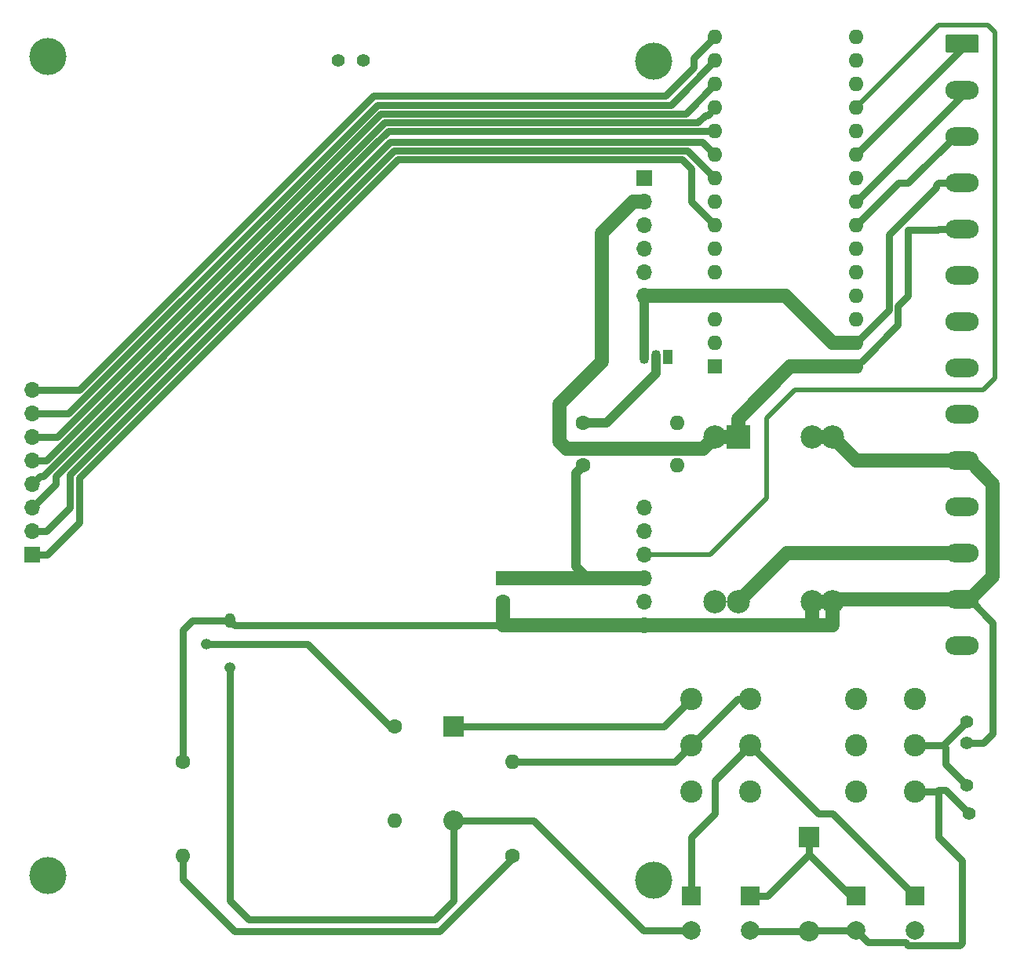
<source format=gbr>
G04 #@! TF.GenerationSoftware,KiCad,Pcbnew,(5.1.0-9-gc61ec8ee3)*
G04 #@! TF.CreationDate,2019-06-18T12:37:55+02:00*
G04 #@! TF.ProjectId,LCD_Back_Neo_Key_RxTx_emergency_stop,4c43445f-4261-4636-9b5f-4e656f5f4b65,rev?*
G04 #@! TF.SameCoordinates,Original*
G04 #@! TF.FileFunction,Copper,L1,Top*
G04 #@! TF.FilePolarity,Positive*
%FSLAX46Y46*%
G04 Gerber Fmt 4.6, Leading zero omitted, Abs format (unit mm)*
G04 Created by KiCad (PCBNEW (5.1.0-9-gc61ec8ee3)) date 2019-06-18 12:37:55*
%MOMM*%
%LPD*%
G04 APERTURE LIST*
%ADD10C,4.000000*%
%ADD11O,1.600000X1.600000*%
%ADD12R,1.600000X1.600000*%
%ADD13C,2.500000*%
%ADD14R,2.500000X2.500000*%
%ADD15R,1.700000X1.700000*%
%ADD16O,1.700000X1.700000*%
%ADD17C,1.600000*%
%ADD18O,1.050000X1.500000*%
%ADD19R,1.050000X1.500000*%
%ADD20C,2.400000*%
%ADD21R,2.000000X2.000000*%
%ADD22C,2.000000*%
%ADD23O,1.200000X1.600000*%
%ADD24O,1.200000X1.200000*%
%ADD25C,1.400000*%
%ADD26O,2.200000X2.200000*%
%ADD27R,2.200000X2.200000*%
%ADD28C,0.150000*%
%ADD29O,3.600000X2.000000*%
%ADD30C,0.250000*%
%ADD31C,1.500000*%
%ADD32C,0.750000*%
%ADD33C,1.000000*%
%ADD34C,0.500000*%
G04 APERTURE END LIST*
D10*
X173758860Y-126540260D03*
X108379260Y-37642800D03*
X173758860Y-38148260D03*
X108379260Y-126034800D03*
D11*
X195580000Y-40640000D03*
X180340000Y-66040000D03*
X195580000Y-53340000D03*
D12*
X180340000Y-71120000D03*
D11*
X195580000Y-48260000D03*
X195580000Y-38100000D03*
X180340000Y-63500000D03*
X180340000Y-58420000D03*
X180340000Y-55880000D03*
X195580000Y-43180000D03*
X195580000Y-35560000D03*
X180340000Y-35560000D03*
X195580000Y-71120000D03*
X180340000Y-38100000D03*
X195580000Y-68580000D03*
X180340000Y-40640000D03*
X195580000Y-66040000D03*
X180340000Y-43180000D03*
X195580000Y-63500000D03*
X180340000Y-45720000D03*
X195580000Y-60960000D03*
X180340000Y-48260000D03*
X195580000Y-58420000D03*
X180340000Y-50800000D03*
X195580000Y-45720000D03*
X180340000Y-68580000D03*
X195580000Y-50800000D03*
X180340000Y-60960000D03*
X195580000Y-55880000D03*
X180340000Y-53340000D03*
D13*
X182880000Y-96520000D03*
D14*
X182880000Y-78740000D03*
D13*
X190820000Y-96520000D03*
X190820000Y-78740000D03*
X180340000Y-96520000D03*
X180340000Y-78740000D03*
X193040000Y-78740000D03*
X193040000Y-96520000D03*
D15*
X106680000Y-91440000D03*
D16*
X106680000Y-88900000D03*
X106680000Y-86360000D03*
X106680000Y-83820000D03*
X106680000Y-81280000D03*
X106680000Y-78740000D03*
X106680000Y-76200000D03*
X106680000Y-73660000D03*
D12*
X157480000Y-93980000D03*
D17*
X157480000Y-96480000D03*
D18*
X173990000Y-70104000D03*
X172720000Y-70104000D03*
D19*
X175260000Y-70104000D03*
D17*
X166116000Y-77216000D03*
D11*
X176276000Y-77216000D03*
D15*
X172720000Y-50800000D03*
D16*
X172720000Y-53340000D03*
X172720000Y-91440000D03*
X172720000Y-99060000D03*
X172720000Y-96520000D03*
X172720000Y-86360000D03*
X172720000Y-88900000D03*
X172720000Y-93980000D03*
X172720000Y-55880000D03*
X172720000Y-63500000D03*
X172720000Y-58420000D03*
X172720000Y-60960000D03*
D20*
X177800000Y-107020000D03*
X177800000Y-112020000D03*
X177800000Y-117020000D03*
D21*
X177800000Y-128270000D03*
D22*
X177800000Y-132020000D03*
X184150000Y-132020000D03*
D21*
X184150000Y-128270000D03*
D20*
X184150000Y-117020000D03*
X184150000Y-112020000D03*
X184150000Y-107020000D03*
X195580000Y-107020000D03*
X195580000Y-112020000D03*
X195580000Y-117020000D03*
D21*
X195580000Y-128270000D03*
D22*
X195580000Y-132020000D03*
D23*
X128016000Y-98552000D03*
D24*
X125476000Y-101092000D03*
X128016000Y-103632000D03*
D17*
X145796000Y-109982000D03*
D11*
X145796000Y-120142000D03*
X158496000Y-113792000D03*
D17*
X158496000Y-123952000D03*
X122936000Y-113792000D03*
D11*
X122936000Y-123952000D03*
D25*
X139700000Y-38100000D03*
X142385001Y-38100000D03*
D26*
X152146000Y-120142000D03*
D27*
X152146000Y-109982000D03*
X190500000Y-121920000D03*
D26*
X190500000Y-132080000D03*
D28*
G36*
X208584504Y-35281204D02*
G01*
X208608773Y-35284804D01*
X208632571Y-35290765D01*
X208655671Y-35299030D01*
X208677849Y-35309520D01*
X208698893Y-35322133D01*
X208718598Y-35336747D01*
X208736777Y-35353223D01*
X208753253Y-35371402D01*
X208767867Y-35391107D01*
X208780480Y-35412151D01*
X208790970Y-35434329D01*
X208799235Y-35457429D01*
X208805196Y-35481227D01*
X208808796Y-35505496D01*
X208810000Y-35530000D01*
X208810000Y-37030000D01*
X208808796Y-37054504D01*
X208805196Y-37078773D01*
X208799235Y-37102571D01*
X208790970Y-37125671D01*
X208780480Y-37147849D01*
X208767867Y-37168893D01*
X208753253Y-37188598D01*
X208736777Y-37206777D01*
X208718598Y-37223253D01*
X208698893Y-37237867D01*
X208677849Y-37250480D01*
X208655671Y-37260970D01*
X208632571Y-37269235D01*
X208608773Y-37275196D01*
X208584504Y-37278796D01*
X208560000Y-37280000D01*
X205460000Y-37280000D01*
X205435496Y-37278796D01*
X205411227Y-37275196D01*
X205387429Y-37269235D01*
X205364329Y-37260970D01*
X205342151Y-37250480D01*
X205321107Y-37237867D01*
X205301402Y-37223253D01*
X205283223Y-37206777D01*
X205266747Y-37188598D01*
X205252133Y-37168893D01*
X205239520Y-37147849D01*
X205229030Y-37125671D01*
X205220765Y-37102571D01*
X205214804Y-37078773D01*
X205211204Y-37054504D01*
X205210000Y-37030000D01*
X205210000Y-35530000D01*
X205211204Y-35505496D01*
X205214804Y-35481227D01*
X205220765Y-35457429D01*
X205229030Y-35434329D01*
X205239520Y-35412151D01*
X205252133Y-35391107D01*
X205266747Y-35371402D01*
X205283223Y-35353223D01*
X205301402Y-35336747D01*
X205321107Y-35322133D01*
X205342151Y-35309520D01*
X205364329Y-35299030D01*
X205387429Y-35290765D01*
X205411227Y-35284804D01*
X205435496Y-35281204D01*
X205460000Y-35280000D01*
X208560000Y-35280000D01*
X208584504Y-35281204D01*
X208584504Y-35281204D01*
G37*
D22*
X207010000Y-36280000D03*
D29*
X207010000Y-41280000D03*
X207010000Y-46280000D03*
X207010000Y-51280000D03*
X207010000Y-56280000D03*
X207010000Y-61280000D03*
X207010000Y-66280000D03*
X207010000Y-71280000D03*
X207010000Y-76280000D03*
X207010000Y-81280000D03*
X207010000Y-86280000D03*
X207010000Y-91280000D03*
X207010000Y-96280000D03*
X207010000Y-101280000D03*
D20*
X201930000Y-107020000D03*
X201930000Y-112020000D03*
X201930000Y-117020000D03*
D21*
X201930000Y-128270000D03*
D22*
X201930000Y-132020000D03*
D17*
X166116000Y-81788000D03*
D11*
X176276000Y-81788000D03*
D25*
X207772000Y-119380000D03*
X207518000Y-116332000D03*
X207518000Y-109474000D03*
X207518000Y-111760000D03*
D30*
X185420000Y-63500000D02*
X185420000Y-63500000D01*
D31*
X157480000Y-96480000D02*
X157480000Y-99060000D01*
X157480000Y-99060000D02*
X172720000Y-99060000D01*
X193040000Y-99060000D02*
X193040000Y-96520000D01*
X193040000Y-96520000D02*
X190820000Y-96520000D01*
X190820000Y-96520000D02*
X190820000Y-98740000D01*
X190820000Y-98740000D02*
X190500000Y-99060000D01*
X190500000Y-99060000D02*
X193040000Y-99060000D01*
X172720000Y-99060000D02*
X190500000Y-99060000D01*
X195580000Y-68580000D02*
X193040000Y-68580000D01*
X193040000Y-68580000D02*
X187960000Y-63500000D01*
X187960000Y-63500000D02*
X180340000Y-63500000D01*
X180340000Y-63500000D02*
X172720000Y-63500000D01*
X193280000Y-96280000D02*
X193040000Y-96520000D01*
X207010000Y-96280000D02*
X193280000Y-96280000D01*
D32*
X204460000Y-51280000D02*
X207010000Y-51280000D01*
X204216000Y-51524000D02*
X204460000Y-51280000D01*
X204216000Y-51816000D02*
X204216000Y-51524000D01*
X199136000Y-56896000D02*
X204216000Y-51816000D01*
X199136000Y-65024000D02*
X199136000Y-56896000D01*
X195580000Y-68580000D02*
X199136000Y-65024000D01*
D31*
X207810000Y-81280000D02*
X207010000Y-81280000D01*
X210310000Y-83780000D02*
X207810000Y-81280000D01*
X210310000Y-93780000D02*
X210310000Y-83780000D01*
X207810000Y-96280000D02*
X210310000Y-93780000D01*
X207010000Y-96280000D02*
X207810000Y-96280000D01*
D32*
X207810000Y-96280000D02*
X210312000Y-98782000D01*
D31*
X195580000Y-81280000D02*
X193040000Y-78740000D01*
X207010000Y-81280000D02*
X195580000Y-81280000D01*
X190820000Y-78740000D02*
X193040000Y-78740000D01*
D33*
X172720000Y-63500000D02*
X172720000Y-70104000D01*
D32*
X128524000Y-99060000D02*
X128016000Y-98552000D01*
X157480000Y-99060000D02*
X128524000Y-99060000D01*
X122936000Y-112522000D02*
X122936000Y-113792000D01*
X122936000Y-99568000D02*
X122936000Y-112522000D01*
X123954540Y-98549460D02*
X122936000Y-99568000D01*
X126663460Y-98549460D02*
X123954540Y-98549460D01*
X128016000Y-98552000D02*
X126666000Y-98552000D01*
X126666000Y-98552000D02*
X126663460Y-98549460D01*
X210312000Y-107950000D02*
X210312000Y-98782000D01*
X210312000Y-110744000D02*
X210312000Y-107950000D01*
X207518000Y-111760000D02*
X209296000Y-111760000D01*
X209296000Y-111760000D02*
X210312000Y-110744000D01*
D31*
X180340000Y-78740000D02*
X182880000Y-78740000D01*
D32*
X204460000Y-56280000D02*
X204352000Y-56388000D01*
X207010000Y-56280000D02*
X204460000Y-56280000D01*
X204352000Y-56388000D02*
X201168000Y-56388000D01*
X196379999Y-70320001D02*
X195580000Y-71120000D01*
X200086010Y-66613990D02*
X196379999Y-70320001D01*
X200086010Y-64581990D02*
X200086010Y-66613990D01*
X201168000Y-63500000D02*
X200086010Y-64581990D01*
X201168000Y-56388000D02*
X201168000Y-63500000D01*
D31*
X182880000Y-76740000D02*
X188500000Y-71120000D01*
X182880000Y-78740000D02*
X182880000Y-76740000D01*
X188500000Y-71120000D02*
X195580000Y-71120000D01*
X179090001Y-79989999D02*
X164317999Y-79989999D01*
X180340000Y-78740000D02*
X179090001Y-79989999D01*
X164317999Y-79989999D02*
X163576000Y-79248000D01*
X163576000Y-79248000D02*
X163576000Y-75184000D01*
X163576000Y-75184000D02*
X168148000Y-70612000D01*
X171517919Y-53340000D02*
X172720000Y-53340000D01*
X168148000Y-56709919D02*
X171517919Y-53340000D01*
X168148000Y-70612000D02*
X168148000Y-56709919D01*
X165100000Y-93980000D02*
X157480000Y-93980000D01*
X172720000Y-93980000D02*
X166624000Y-93980000D01*
X166624000Y-93980000D02*
X165100000Y-93980000D01*
D33*
X165316001Y-92672001D02*
X166624000Y-93980000D01*
X165316001Y-82587999D02*
X165316001Y-92672001D01*
X166116000Y-81788000D02*
X165316001Y-82587999D01*
D32*
X195580000Y-55880000D02*
X200152000Y-51308000D01*
X206210000Y-46280000D02*
X207010000Y-46280000D01*
X201182000Y-51308000D02*
X206210000Y-46280000D01*
X200152000Y-51308000D02*
X201182000Y-51308000D01*
X108280000Y-91440000D02*
X106680000Y-91440000D01*
X111760000Y-87960000D02*
X108280000Y-91440000D01*
X111760000Y-83131516D02*
X111760000Y-87960000D01*
X145705758Y-49185758D02*
X111760000Y-83131516D01*
X146123516Y-48768000D02*
X145705758Y-49185758D01*
X180340000Y-55880000D02*
X177800000Y-53340000D01*
X177800000Y-53340000D02*
X177800000Y-49784000D01*
X177800000Y-49784000D02*
X176784000Y-48768000D01*
X176784000Y-48768000D02*
X146123516Y-48768000D01*
X111760000Y-73660000D02*
X106680000Y-73660000D01*
X143500040Y-41919960D02*
X111760000Y-73660000D01*
X174996040Y-41919960D02*
X143500040Y-41919960D01*
X178054000Y-38862000D02*
X174996040Y-41919960D01*
X178054000Y-37846000D02*
X178054000Y-38862000D01*
X180340000Y-35560000D02*
X178054000Y-37846000D01*
X110563516Y-76200000D02*
X106680000Y-76200000D01*
X143893546Y-42869970D02*
X110563516Y-76200000D01*
X175570030Y-42869970D02*
X143893546Y-42869970D01*
X180340000Y-38100000D02*
X175570030Y-42869970D01*
X109367032Y-78740000D02*
X106680000Y-78740000D01*
X144287052Y-43819980D02*
X109367032Y-78740000D01*
X177160020Y-43819980D02*
X144287052Y-43819980D01*
X180340000Y-40640000D02*
X177160020Y-43819980D01*
X108170548Y-81280000D02*
X106680000Y-81280000D01*
X144680558Y-44769990D02*
X108170548Y-81280000D01*
X178496010Y-44769990D02*
X144680558Y-44769990D01*
X179286001Y-43979999D02*
X178496010Y-44769990D01*
X179540001Y-43979999D02*
X179286001Y-43979999D01*
X180340000Y-43180000D02*
X179540001Y-43979999D01*
X107529999Y-82970001D02*
X106680000Y-83820000D01*
X107824063Y-82970001D02*
X107529999Y-82970001D01*
X145074064Y-45720000D02*
X143530032Y-47264032D01*
X180340000Y-45720000D02*
X145074064Y-45720000D01*
X143530032Y-47264032D02*
X107824063Y-82970001D01*
X109220000Y-83820000D02*
X106680000Y-86360000D01*
X109220000Y-82917580D02*
X109220000Y-83820000D01*
X145269600Y-46867980D02*
X144074790Y-48062790D01*
X178947980Y-46867980D02*
X145269600Y-46867980D01*
X180340000Y-48260000D02*
X178947980Y-46867980D01*
X144074790Y-48062790D02*
X109220000Y-82917580D01*
X108204000Y-88900000D02*
X106680000Y-88900000D01*
X110744000Y-86360000D02*
X108204000Y-88900000D01*
X110744000Y-82804000D02*
X110744000Y-86360000D01*
X145730010Y-47817990D02*
X144780000Y-48768000D01*
X177357990Y-47817990D02*
X145730010Y-47817990D01*
X180340000Y-50800000D02*
X177357990Y-47817990D01*
X144780000Y-48768000D02*
X110744000Y-82804000D01*
D34*
X210566000Y-35052000D02*
X209804000Y-34290000D01*
X210566000Y-72390000D02*
X210566000Y-35052000D01*
X179832000Y-91440000D02*
X185928000Y-85344000D01*
X172720000Y-91440000D02*
X179832000Y-91440000D01*
X185928000Y-85344000D02*
X185928000Y-76708000D01*
X204470000Y-34290000D02*
X195580000Y-43180000D01*
X185928000Y-76708000D02*
X188976000Y-73660000D01*
X188976000Y-73660000D02*
X209296000Y-73660000D01*
X209804000Y-34290000D02*
X204470000Y-34290000D01*
X209296000Y-73660000D02*
X210566000Y-72390000D01*
D33*
X173990000Y-71854000D02*
X173990000Y-70104000D01*
X168628000Y-77216000D02*
X173990000Y-71854000D01*
X166116000Y-77216000D02*
X168628000Y-77216000D01*
D32*
X180340000Y-115830000D02*
X184150000Y-112020000D01*
X180340000Y-119380000D02*
X180340000Y-115830000D01*
X177800000Y-128270000D02*
X177800000Y-121920000D01*
X177800000Y-121920000D02*
X180340000Y-119380000D01*
X184150000Y-112020000D02*
X191510000Y-119380000D01*
X191510000Y-119380000D02*
X193040000Y-119380000D01*
X193040000Y-119380000D02*
X200660000Y-127000000D01*
X200660000Y-127000000D02*
X201930000Y-128270000D01*
D31*
X188120000Y-91280000D02*
X182880000Y-96520000D01*
X207010000Y-91280000D02*
X188120000Y-91280000D01*
D32*
X174838000Y-109982000D02*
X177800000Y-107020000D01*
X152146000Y-109982000D02*
X174838000Y-109982000D01*
X145288000Y-109982000D02*
X145796000Y-109982000D01*
X125476000Y-101092000D02*
X136398000Y-101092000D01*
X136398000Y-101092000D02*
X145288000Y-109982000D01*
X207010000Y-36830000D02*
X207010000Y-36280000D01*
X195580000Y-48260000D02*
X207010000Y-36830000D01*
X207010000Y-41910000D02*
X207010000Y-41280000D01*
X195580000Y-53340000D02*
X207010000Y-41910000D01*
X158496000Y-124206000D02*
X158496000Y-123952000D01*
X150622000Y-132080000D02*
X158496000Y-124206000D01*
X128524000Y-132080000D02*
X150622000Y-132080000D01*
X122936000Y-123952000D02*
X122936000Y-126492000D01*
X122936000Y-126492000D02*
X128524000Y-132080000D01*
X128016000Y-128778000D02*
X128016000Y-103632000D01*
X130048000Y-130810000D02*
X128016000Y-128778000D01*
X130048000Y-130810000D02*
X150114000Y-130810000D01*
X150114000Y-130810000D02*
X152146000Y-128778000D01*
X152146000Y-128778000D02*
X152146000Y-120142000D01*
X152146000Y-120142000D02*
X160782000Y-120142000D01*
X172660000Y-132020000D02*
X177800000Y-132020000D01*
X160782000Y-120142000D02*
X172660000Y-132020000D01*
X182800000Y-107020000D02*
X184150000Y-107020000D01*
X177800000Y-112020000D02*
X182800000Y-107020000D01*
X195000000Y-128270000D02*
X195580000Y-128270000D01*
X190500000Y-123770000D02*
X195000000Y-128270000D01*
X190500000Y-121920000D02*
X190500000Y-123770000D01*
X186000000Y-128270000D02*
X184150000Y-128270000D01*
X190500000Y-123770000D02*
X186000000Y-128270000D01*
X176028000Y-113792000D02*
X158496000Y-113792000D01*
X177800000Y-112020000D02*
X176028000Y-113792000D01*
X190560000Y-132020000D02*
X190500000Y-132080000D01*
X195580000Y-132020000D02*
X190560000Y-132020000D01*
X184210000Y-132080000D02*
X184150000Y-132020000D01*
X190500000Y-132080000D02*
X184210000Y-132080000D01*
X204290000Y-117020000D02*
X201930000Y-117020000D01*
X204470000Y-116840000D02*
X204290000Y-117020000D01*
X204470000Y-121920000D02*
X204470000Y-116840000D01*
X207010000Y-124460000D02*
X204470000Y-121920000D01*
X196850000Y-133290000D02*
X200868998Y-133290000D01*
X195580000Y-132020000D02*
X196850000Y-133290000D01*
X200868998Y-133290000D02*
X201173999Y-133595001D01*
X201173999Y-133595001D02*
X206764999Y-133595001D01*
X206764999Y-133595001D02*
X207010000Y-133350000D01*
X207010000Y-133350000D02*
X207010000Y-124460000D01*
X205232000Y-116840000D02*
X207772000Y-119380000D01*
X204470000Y-116840000D02*
X205232000Y-116840000D01*
X204972000Y-112020000D02*
X207518000Y-109474000D01*
X201930000Y-112020000D02*
X204972000Y-112020000D01*
X205232000Y-112280000D02*
X204972000Y-112020000D01*
X207518000Y-116332000D02*
X205232000Y-114046000D01*
X205232000Y-114046000D02*
X205232000Y-112280000D01*
M02*

</source>
